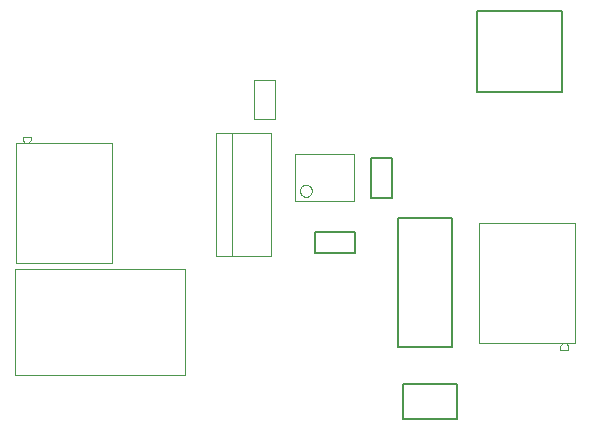
<source format=gbr>
%FSTAX23Y23*%
%MOIN*%
%SFA1B1*%

%IPPOS*%
%ADD11C,0.007874*%
%ADD46C,0.003937*%
%LNpcb1_top_3d_body-1*%
%LPD*%
G54D11*
X03173Y03894D02*
Y03965D01*
Y03894D02*
X03307D01*
Y03965*
X03173D02*
X03307D01*
X03712Y0443D02*
X03997D01*
Y047*
X03712D02*
X03997D01*
X03712Y0443D02*
Y047D01*
X03645Y03342D02*
Y03457D01*
X03464D02*
X03645D01*
X03464Y03342D02*
Y03457D01*
Y03342D02*
X03645D01*
X03359Y04211D02*
X0343D01*
X03359Y04077D02*
Y04211D01*
Y04077D02*
X0343D01*
Y04211*
X0345Y0358D02*
Y04009D01*
Y0358D02*
X03629D01*
Y04009*
X0345D02*
X03629D01*
G54D46*
X03161Y04101D02*
D01*
X03161Y04102*
X03161Y04104*
X03161Y04105*
X03161Y04107*
X0316Y04108*
X0316Y04109*
X03159Y0411*
X03158Y04112*
X03158Y04113*
X03157Y04114*
X03156Y04115*
X03155Y04116*
X03154Y04117*
X03153Y04117*
X03151Y04118*
X0315Y04119*
X03149Y04119*
X03148Y0412*
X03146Y0412*
X03145Y0412*
X03144Y04121*
X03142Y04121*
X03141*
X0314Y04121*
X03138Y0412*
X03137Y0412*
X03136Y0412*
X03134Y04119*
X03133Y04119*
X03132Y04118*
X03131Y04117*
X0313Y04117*
X03128Y04116*
X03127Y04115*
X03127Y04114*
X03126Y04113*
X03125Y04112*
X03124Y0411*
X03124Y04109*
X03123Y04108*
X03123Y04107*
X03122Y04105*
X03122Y04104*
X03122Y04102*
X03122Y04101*
X03122Y041*
X03122Y04098*
X03122Y04097*
X03123Y04096*
X03123Y04094*
X03124Y04093*
X03124Y04092*
X03125Y04091*
X03126Y0409*
X03127Y04088*
X03127Y04087*
X03128Y04086*
X0313Y04086*
X03131Y04085*
X03132Y04084*
X03133Y04083*
X03134Y04083*
X03136Y04082*
X03137Y04082*
X03138Y04082*
X0314Y04081*
X03141Y04081*
X03142*
X03144Y04081*
X03145Y04082*
X03146Y04082*
X03148Y04082*
X03149Y04083*
X0315Y04083*
X03151Y04084*
X03153Y04085*
X03154Y04086*
X03155Y04086*
X03156Y04087*
X03157Y04088*
X03158Y0409*
X03158Y04091*
X03159Y04092*
X0316Y04093*
X0316Y04094*
X03161Y04096*
X03161Y04097*
X03161Y04098*
X03161Y041*
X03161Y04101*
X03303Y04066D02*
Y04223D01*
X03106Y04066D02*
Y04223D01*
X03303*
X03106Y04066D02*
X03303D01*
X04011Y03589D02*
X04016Y03583D01*
X04011Y03589D02*
Y03594D01*
X04016Y03572D02*
Y03583D01*
X0372Y03594D02*
Y03994D01*
X04039Y03594D02*
Y03994D01*
X0372Y03594D02*
X04039D01*
X0372Y03994D02*
X04039D01*
X03988Y03572D02*
X04016D01*
X03988D02*
D01*
Y03583D01*
X03994Y03589D02*
Y03594D01*
X03988Y03583D02*
X03994Y03589D01*
X03024Y03885D02*
Y04294D01*
X02842Y03885D02*
X03024D01*
X02842D02*
Y04294D01*
X03024*
X02894Y03885D02*
Y04294D01*
X02171Y03487D02*
X02738D01*
X02171D02*
Y03842D01*
X02738*
Y03487D02*
Y03842D01*
X02198Y04272D02*
X02203Y04264D01*
Y04259D02*
Y04264D01*
X02198Y04272D02*
Y04282D01*
X02494Y03859D02*
Y04259D01*
X02175Y03859D02*
Y04259D01*
X02494*
X02175Y03859D02*
X02494D01*
X02198Y04282D02*
X02226D01*
Y04272D02*
Y04282D01*
X0222Y04259D02*
Y04264D01*
X02226Y04272*
X02969Y0434D02*
X0304D01*
X02969Y0447D02*
X0304D01*
X02969Y0434D02*
Y0447D01*
X0304Y0434D02*
Y0447D01*
M02*
</source>
